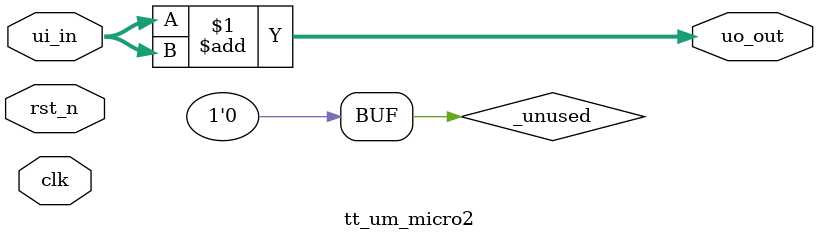
<source format=v>
/*
 * Copyright (c) 2024 Your Name
 * SPDX-License-Identifier: Apache-2.0
 */

`default_nettype none

module tt_um_micro2 (
    input  wire [7:0] ui_in,    // Dedicated inputs
    output wire [7:0] uo_out,   // Dedicated outputs
    input  wire       clk,      // clock
    input  wire       rst_n     // reset_n - low to reset
);

  // All output pins must be assigned. If not used, assign to 0.
  assign uo_out  = ui_in + ui_in;  // Example: ou_out is the sum of ui_in and uio_in

  // List all unused inputs to prevent warnings
  wire _unused = &{clk, rst_n, 1'b0};

endmodule

</source>
